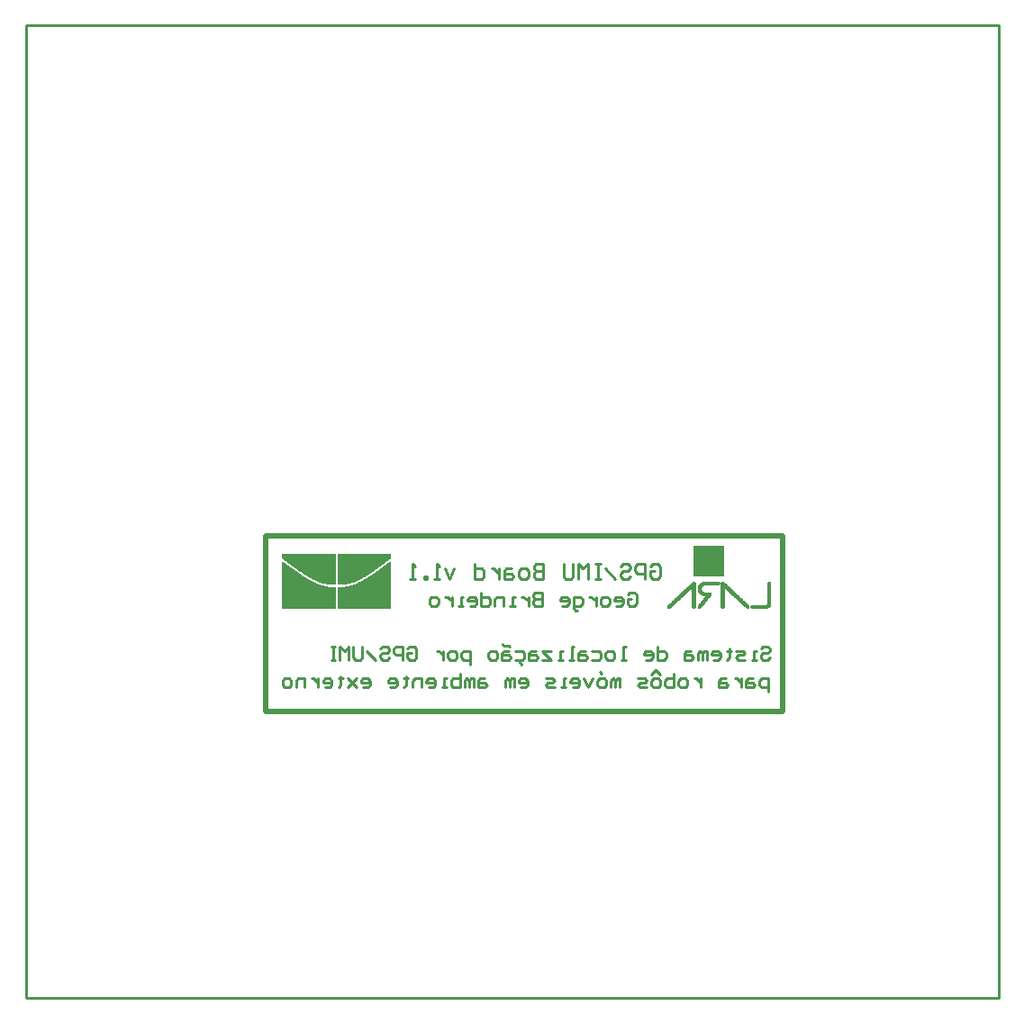
<source format=gbo>
%FSLAX23Y23*%
%MOIN*%
G70*
G01*
G75*
G04 Layer_Color=32896*
%ADD10C,0.020*%
%ADD11C,0.060*%
%ADD12R,0.049X0.049*%
%ADD13C,0.049*%
%ADD14C,0.055*%
%ADD15R,0.067X0.067*%
%ADD16C,0.067*%
%ADD17R,0.063X0.063*%
%ADD18C,0.063*%
%ADD19R,0.049X0.049*%
%ADD20C,0.059*%
%ADD21R,0.059X0.059*%
%ADD22C,0.059*%
%ADD23R,0.059X0.059*%
%ADD24R,0.059X0.059*%
%ADD25C,0.250*%
%ADD26C,0.157*%
%ADD27R,0.046X0.046*%
%ADD28C,0.046*%
%ADD29O,0.024X0.039*%
%ADD30C,0.050*%
%ADD31C,0.015*%
%ADD32C,0.008*%
%ADD33C,0.010*%
%ADD34C,0.024*%
%ADD35C,0.010*%
%ADD36C,0.020*%
%ADD37C,0.008*%
%ADD38C,0.006*%
%ADD39C,0.068*%
%ADD40R,0.057X0.057*%
%ADD41C,0.057*%
%ADD42C,0.063*%
%ADD43R,0.075X0.075*%
%ADD44C,0.075*%
%ADD45R,0.071X0.071*%
%ADD46C,0.071*%
%ADD47R,0.057X0.057*%
%ADD48C,0.067*%
%ADD49R,0.067X0.067*%
%ADD50C,0.067*%
%ADD51R,0.067X0.067*%
%ADD52R,0.067X0.067*%
%ADD53C,0.258*%
%ADD54C,0.165*%
%ADD55R,0.054X0.054*%
%ADD56C,0.054*%
%ADD57O,0.032X0.047*%
%ADD58C,0.058*%
%ADD59C,0.001*%
D35*
X1000Y1000D02*
Y4600D01*
X4600D01*
Y1000D02*
Y4600D01*
X1000Y1000D02*
X4600D01*
X2827Y2244D02*
Y2250D01*
Y2244D02*
X2835Y2236D01*
X2788Y2305D02*
X2792Y2301D01*
X2769Y2305D02*
X2788D01*
X2764Y2310D02*
X2769Y2305D01*
X3332Y2214D02*
X3348Y2198D01*
X3316Y2197D02*
X3332Y2214D01*
X3124Y2208D02*
X3132Y2201D01*
X3310Y2599D02*
X3320Y2608D01*
X3338D01*
X3347Y2599D01*
Y2562D01*
X3338Y2553D01*
X3320D01*
X3310Y2562D01*
Y2580D01*
X3329D01*
X3292Y2553D02*
Y2608D01*
X3265D01*
X3255Y2599D01*
Y2580D01*
X3265Y2571D01*
X3292D01*
X3200Y2599D02*
X3210Y2608D01*
X3228D01*
X3237Y2599D01*
Y2590D01*
X3228Y2580D01*
X3210D01*
X3200Y2571D01*
Y2562D01*
X3210Y2553D01*
X3228D01*
X3237Y2562D01*
X3182Y2553D02*
X3145Y2590D01*
X3127Y2608D02*
X3109D01*
X3118D01*
Y2553D01*
X3127D01*
X3109D01*
X3081D02*
Y2608D01*
X3063Y2590D01*
X3045Y2608D01*
Y2553D01*
X3026Y2608D02*
Y2562D01*
X3017Y2553D01*
X2999D01*
X2990Y2562D01*
Y2608D01*
X2916D02*
Y2553D01*
X2889D01*
X2880Y2562D01*
Y2571D01*
X2889Y2580D01*
X2916D01*
X2889D01*
X2880Y2590D01*
Y2599D01*
X2889Y2608D01*
X2916D01*
X2852Y2553D02*
X2834D01*
X2825Y2562D01*
Y2580D01*
X2834Y2590D01*
X2852D01*
X2861Y2580D01*
Y2562D01*
X2852Y2553D01*
X2797Y2590D02*
X2779D01*
X2770Y2580D01*
Y2553D01*
X2797D01*
X2806Y2562D01*
X2797Y2571D01*
X2770D01*
X2751Y2590D02*
Y2553D01*
Y2571D01*
X2742Y2580D01*
X2733Y2590D01*
X2724D01*
X2660Y2608D02*
Y2553D01*
X2687D01*
X2696Y2562D01*
Y2580D01*
X2687Y2590D01*
X2660D01*
X2586D02*
X2568Y2553D01*
X2550Y2590D01*
X2531Y2553D02*
X2513D01*
X2522D01*
Y2608D01*
X2531Y2599D01*
X2486Y2553D02*
Y2562D01*
X2476D01*
Y2553D01*
X2486D01*
X2440D02*
X2421D01*
X2431D01*
Y2608D01*
X2440Y2599D01*
X3749Y2134D02*
Y2184D01*
X3724D01*
X3716Y2176D01*
Y2159D01*
X3724Y2151D01*
X3749D01*
X3691Y2184D02*
X3674D01*
X3666Y2176D01*
Y2151D01*
X3691D01*
X3699Y2159D01*
X3691Y2168D01*
X3666D01*
X3649Y2184D02*
Y2151D01*
Y2168D01*
X3641Y2176D01*
X3632Y2184D01*
X3624D01*
X3591D02*
X3574D01*
X3566Y2176D01*
Y2151D01*
X3591D01*
X3599Y2159D01*
X3591Y2168D01*
X3566D01*
X3499Y2184D02*
Y2151D01*
Y2168D01*
X3491Y2176D01*
X3482Y2184D01*
X3474D01*
X3441Y2151D02*
X3424D01*
X3416Y2159D01*
Y2176D01*
X3424Y2184D01*
X3441D01*
X3449Y2176D01*
Y2159D01*
X3441Y2151D01*
X3399Y2201D02*
Y2151D01*
X3374D01*
X3366Y2159D01*
Y2168D01*
Y2176D01*
X3374Y2184D01*
X3399D01*
X3341Y2151D02*
X3324D01*
X3316Y2159D01*
Y2176D01*
X3324Y2184D01*
X3341D01*
X3349Y2176D01*
Y2159D01*
X3341Y2151D01*
X3299D02*
X3274D01*
X3266Y2159D01*
X3274Y2168D01*
X3291D01*
X3299Y2176D01*
X3291Y2184D01*
X3266D01*
X3199Y2151D02*
Y2184D01*
X3191D01*
X3183Y2176D01*
Y2151D01*
Y2176D01*
X3174Y2184D01*
X3166Y2176D01*
Y2151D01*
X3141D02*
X3124D01*
X3116Y2159D01*
Y2176D01*
X3124Y2184D01*
X3141D01*
X3149Y2176D01*
Y2159D01*
X3141Y2151D01*
X3099Y2184D02*
X3083Y2151D01*
X3066Y2184D01*
X3024Y2151D02*
X3041D01*
X3049Y2159D01*
Y2176D01*
X3041Y2184D01*
X3024D01*
X3016Y2176D01*
Y2168D01*
X3049D01*
X2999Y2151D02*
X2983D01*
X2991D01*
Y2184D01*
X2999D01*
X2958Y2151D02*
X2933D01*
X2924Y2159D01*
X2933Y2168D01*
X2949D01*
X2958Y2176D01*
X2949Y2184D01*
X2924D01*
X2833Y2151D02*
X2849D01*
X2858Y2159D01*
Y2176D01*
X2849Y2184D01*
X2833D01*
X2824Y2176D01*
Y2168D01*
X2858D01*
X2808Y2151D02*
Y2184D01*
X2799D01*
X2791Y2176D01*
Y2151D01*
Y2176D01*
X2783Y2184D01*
X2774Y2176D01*
Y2151D01*
X2699Y2184D02*
X2683D01*
X2674Y2176D01*
Y2151D01*
X2699D01*
X2708Y2159D01*
X2699Y2168D01*
X2674D01*
X2658Y2151D02*
Y2184D01*
X2649D01*
X2641Y2176D01*
Y2151D01*
Y2176D01*
X2633Y2184D01*
X2624Y2176D01*
Y2151D01*
X2608Y2201D02*
Y2151D01*
X2583D01*
X2574Y2159D01*
Y2168D01*
Y2176D01*
X2583Y2184D01*
X2608D01*
X2558Y2151D02*
X2541D01*
X2549D01*
Y2184D01*
X2558D01*
X2491Y2151D02*
X2508D01*
X2516Y2159D01*
Y2176D01*
X2508Y2184D01*
X2491D01*
X2483Y2176D01*
Y2168D01*
X2516D01*
X2466Y2151D02*
Y2184D01*
X2441D01*
X2433Y2176D01*
Y2151D01*
X2408Y2193D02*
Y2184D01*
X2416D01*
X2399D01*
X2408D01*
Y2159D01*
X2399Y2151D01*
X2349D02*
X2366D01*
X2374Y2159D01*
Y2176D01*
X2366Y2184D01*
X2349D01*
X2341Y2176D01*
Y2168D01*
X2374D01*
X2249Y2151D02*
X2266D01*
X2274Y2159D01*
Y2176D01*
X2266Y2184D01*
X2249D01*
X2241Y2176D01*
Y2168D01*
X2274D01*
X2224Y2184D02*
X2191Y2151D01*
X2208Y2168D01*
X2191Y2184D01*
X2224Y2151D01*
X2166Y2193D02*
Y2184D01*
X2175D01*
X2158D01*
X2166D01*
Y2159D01*
X2158Y2151D01*
X2108D02*
X2125D01*
X2133Y2159D01*
Y2176D01*
X2125Y2184D01*
X2108D01*
X2100Y2176D01*
Y2168D01*
X2133D01*
X2083Y2184D02*
Y2151D01*
Y2168D01*
X2075Y2176D01*
X2066Y2184D01*
X2058D01*
X2033Y2151D02*
Y2184D01*
X2008D01*
X2000Y2176D01*
Y2151D01*
X1975D02*
X1958D01*
X1950Y2159D01*
Y2176D01*
X1958Y2184D01*
X1975D01*
X1983Y2176D01*
Y2159D01*
X1975Y2151D01*
X3721Y2295D02*
X3729Y2303D01*
X3746D01*
X3754Y2295D01*
Y2286D01*
X3746Y2278D01*
X3729D01*
X3721Y2270D01*
Y2261D01*
X3729Y2253D01*
X3746D01*
X3754Y2261D01*
X3704Y2253D02*
X3687D01*
X3696D01*
Y2286D01*
X3704D01*
X3662Y2253D02*
X3637D01*
X3629Y2261D01*
X3637Y2270D01*
X3654D01*
X3662Y2278D01*
X3654Y2286D01*
X3629D01*
X3604Y2295D02*
Y2286D01*
X3612D01*
X3596D01*
X3604D01*
Y2261D01*
X3596Y2253D01*
X3546D02*
X3562D01*
X3571Y2261D01*
Y2278D01*
X3562Y2286D01*
X3546D01*
X3537Y2278D01*
Y2270D01*
X3571D01*
X3521Y2253D02*
Y2286D01*
X3512D01*
X3504Y2278D01*
Y2253D01*
Y2278D01*
X3496Y2286D01*
X3487Y2278D01*
Y2253D01*
X3462Y2286D02*
X3446D01*
X3437Y2278D01*
Y2253D01*
X3462D01*
X3471Y2261D01*
X3462Y2270D01*
X3437D01*
X3337Y2303D02*
Y2253D01*
X3362D01*
X3371Y2261D01*
Y2278D01*
X3362Y2286D01*
X3337D01*
X3296Y2253D02*
X3312D01*
X3321Y2261D01*
Y2278D01*
X3312Y2286D01*
X3296D01*
X3287Y2278D01*
Y2270D01*
X3321D01*
X3221Y2253D02*
X3204D01*
X3213D01*
Y2303D01*
X3221D01*
X3171Y2253D02*
X3154D01*
X3146Y2261D01*
Y2278D01*
X3154Y2286D01*
X3171D01*
X3179Y2278D01*
Y2261D01*
X3171Y2253D01*
X3096Y2286D02*
X3121D01*
X3129Y2278D01*
Y2261D01*
X3121Y2253D01*
X3096D01*
X3071Y2286D02*
X3054D01*
X3046Y2278D01*
Y2253D01*
X3071D01*
X3079Y2261D01*
X3071Y2270D01*
X3046D01*
X3029Y2253D02*
X3013D01*
X3021D01*
Y2303D01*
X3029D01*
X2988Y2253D02*
X2971D01*
X2979D01*
Y2286D01*
X2988D01*
X2946D02*
X2913D01*
X2946Y2253D01*
X2913D01*
X2888Y2286D02*
X2871D01*
X2863Y2278D01*
Y2253D01*
X2888D01*
X2896Y2261D01*
X2888Y2270D01*
X2863D01*
X2813Y2286D02*
X2838D01*
X2846Y2278D01*
Y2261D01*
X2838Y2253D01*
X2813D01*
X2788Y2286D02*
X2771D01*
X2763Y2278D01*
Y2253D01*
X2788D01*
X2796Y2261D01*
X2788Y2270D01*
X2763D01*
X2738Y2253D02*
X2721D01*
X2713Y2261D01*
Y2278D01*
X2721Y2286D01*
X2738D01*
X2746Y2278D01*
Y2261D01*
X2738Y2253D01*
X2646Y2236D02*
Y2286D01*
X2621D01*
X2613Y2278D01*
Y2261D01*
X2621Y2253D01*
X2646D01*
X2588D02*
X2571D01*
X2563Y2261D01*
Y2278D01*
X2571Y2286D01*
X2588D01*
X2596Y2278D01*
Y2261D01*
X2588Y2253D01*
X2546Y2286D02*
Y2253D01*
Y2270D01*
X2538Y2278D01*
X2529Y2286D01*
X2521D01*
X2413Y2295D02*
X2421Y2303D01*
X2438D01*
X2446Y2295D01*
Y2261D01*
X2438Y2253D01*
X2421D01*
X2413Y2261D01*
Y2278D01*
X2429D01*
X2396Y2253D02*
Y2303D01*
X2371D01*
X2363Y2295D01*
Y2278D01*
X2371Y2270D01*
X2396D01*
X2313Y2295D02*
X2321Y2303D01*
X2338D01*
X2346Y2295D01*
Y2286D01*
X2338Y2278D01*
X2321D01*
X2313Y2270D01*
Y2261D01*
X2321Y2253D01*
X2338D01*
X2346Y2261D01*
X2296Y2253D02*
X2263Y2286D01*
X2246Y2303D02*
Y2261D01*
X2238Y2253D01*
X2221D01*
X2213Y2261D01*
Y2303D01*
X2196Y2253D02*
Y2303D01*
X2180Y2286D01*
X2163Y2303D01*
Y2253D01*
X2146Y2303D02*
X2130D01*
X2138D01*
Y2253D01*
X2146D01*
X2130D01*
X3227Y2495D02*
X3235Y2503D01*
X3252D01*
X3260Y2495D01*
Y2461D01*
X3252Y2453D01*
X3235D01*
X3227Y2461D01*
Y2478D01*
X3243D01*
X3185Y2453D02*
X3202D01*
X3210Y2461D01*
Y2478D01*
X3202Y2486D01*
X3185D01*
X3177Y2478D01*
Y2470D01*
X3210D01*
X3152Y2453D02*
X3135D01*
X3127Y2461D01*
Y2478D01*
X3135Y2486D01*
X3152D01*
X3160Y2478D01*
Y2461D01*
X3152Y2453D01*
X3110Y2486D02*
Y2453D01*
Y2470D01*
X3102Y2478D01*
X3093Y2486D01*
X3085D01*
X3043Y2436D02*
X3035D01*
X3027Y2445D01*
Y2486D01*
X3052D01*
X3060Y2478D01*
Y2461D01*
X3052Y2453D01*
X3027D01*
X2985D02*
X3002D01*
X3010Y2461D01*
Y2478D01*
X3002Y2486D01*
X2985D01*
X2977Y2478D01*
Y2470D01*
X3010D01*
X2910Y2503D02*
Y2453D01*
X2885D01*
X2877Y2461D01*
Y2470D01*
X2885Y2478D01*
X2910D01*
X2885D01*
X2877Y2486D01*
Y2495D01*
X2885Y2503D01*
X2910D01*
X2860Y2486D02*
Y2453D01*
Y2470D01*
X2852Y2478D01*
X2843Y2486D01*
X2835D01*
X2810Y2453D02*
X2793D01*
X2802D01*
Y2486D01*
X2810D01*
X2768Y2453D02*
Y2486D01*
X2744D01*
X2735Y2478D01*
Y2453D01*
X2685Y2503D02*
Y2453D01*
X2710D01*
X2719Y2461D01*
Y2478D01*
X2710Y2486D01*
X2685D01*
X2644Y2453D02*
X2660D01*
X2669Y2461D01*
Y2478D01*
X2660Y2486D01*
X2644D01*
X2635Y2478D01*
Y2470D01*
X2669D01*
X2619Y2453D02*
X2602D01*
X2610D01*
Y2486D01*
X2619D01*
X2577D02*
Y2453D01*
Y2470D01*
X2569Y2478D01*
X2560Y2486D01*
X2552D01*
X2519Y2453D02*
X2502D01*
X2494Y2461D01*
Y2478D01*
X2502Y2486D01*
X2519D01*
X2527Y2478D01*
Y2461D01*
X2519Y2453D01*
D36*
X1887Y2711D02*
X3802D01*
X1887Y2061D02*
Y2711D01*
Y2061D02*
X3802D01*
Y2711D01*
D59*
X2154Y2445D02*
X2349D01*
X1949D02*
X2144D01*
X2154Y2446D02*
X2349D01*
X1949D02*
X2144D01*
X2154Y2447D02*
X2349D01*
X1949D02*
X2144D01*
X2154Y2448D02*
X2349D01*
X1949D02*
X2144D01*
X2154Y2449D02*
X2349D01*
X1949D02*
X2144D01*
X2154Y2450D02*
X2349D01*
X1949D02*
X2144D01*
X2154Y2451D02*
X2349D01*
X1949D02*
X2144D01*
X2154Y2452D02*
X2349D01*
X1949D02*
X2144D01*
X2154Y2453D02*
X2349D01*
X1949D02*
X2144D01*
X2154Y2454D02*
X2349D01*
X1949D02*
X2144D01*
X2154Y2455D02*
X2349D01*
X1949D02*
X2144D01*
X2154Y2456D02*
X2349D01*
X1949D02*
X2144D01*
X2154Y2457D02*
X2349D01*
X1949D02*
X2144D01*
X2154Y2458D02*
X2349D01*
X1949D02*
X2144D01*
X2154Y2459D02*
X2349D01*
X1949D02*
X2144D01*
X2154Y2460D02*
X2349D01*
X1949D02*
X2144D01*
X2154Y2461D02*
X2349D01*
X1949D02*
X2144D01*
X2154Y2462D02*
X2349D01*
X1949D02*
X2144D01*
X2154Y2463D02*
X2349D01*
X1949D02*
X2144D01*
X2154Y2464D02*
X2349D01*
X1949D02*
X2144D01*
X2154Y2465D02*
X2349D01*
X1949D02*
X2144D01*
X2154Y2466D02*
X2349D01*
X1949D02*
X2144D01*
X2154Y2467D02*
X2349D01*
X1949D02*
X2144D01*
X2154Y2468D02*
X2349D01*
X1949D02*
X2144D01*
X2154Y2469D02*
X2349D01*
X1949D02*
X2144D01*
X2154Y2470D02*
X2349D01*
X1949D02*
X2144D01*
X2154Y2471D02*
X2349D01*
X1949D02*
X2144D01*
X2154Y2472D02*
X2349D01*
X1949D02*
X2144D01*
X2154Y2473D02*
X2349D01*
X1949D02*
X2144D01*
X2154Y2474D02*
X2349D01*
X1949D02*
X2144D01*
X2154Y2475D02*
X2349D01*
X1949D02*
X2144D01*
X2154Y2476D02*
X2349D01*
X1949D02*
X2144D01*
X2154Y2477D02*
X2349D01*
X1949D02*
X2144D01*
X2154Y2478D02*
X2349D01*
X1949D02*
X2144D01*
X2154Y2479D02*
X2349D01*
X1949D02*
X2144D01*
X2154Y2480D02*
X2349D01*
X1949D02*
X2144D01*
X2154Y2481D02*
X2349D01*
X1949D02*
X2144D01*
X2154Y2482D02*
X2349D01*
X1949D02*
X2144D01*
X2154Y2483D02*
X2349D01*
X1949D02*
X2144D01*
X2154Y2484D02*
X2349D01*
X1949D02*
X2144D01*
X2154Y2485D02*
X2349D01*
X1949D02*
X2144D01*
X2154Y2486D02*
X2349D01*
X1949D02*
X2144D01*
X2154Y2487D02*
X2349D01*
X1949D02*
X2144D01*
X2154Y2488D02*
X2349D01*
X1949D02*
X2144D01*
X2154Y2489D02*
X2349D01*
X1949D02*
X2144D01*
X2154Y2490D02*
X2349D01*
X1949D02*
X2144D01*
X2154Y2491D02*
X2349D01*
X1949D02*
X2144D01*
X2154Y2492D02*
X2349D01*
X1949D02*
X2144D01*
X2154Y2493D02*
X2349D01*
X1949D02*
X2144D01*
X2154Y2494D02*
X2349D01*
X1949D02*
X2144D01*
X2154Y2495D02*
X2349D01*
X1949D02*
X2144D01*
X2154Y2496D02*
X2349D01*
X1949D02*
X2144D01*
X2154Y2497D02*
X2349D01*
X1949D02*
X2144D01*
X2154Y2498D02*
X2349D01*
X1949D02*
X2144D01*
X2154Y2499D02*
X2349D01*
X1949D02*
X2144D01*
X2154Y2500D02*
X2349D01*
X1949D02*
X2144D01*
X2154Y2501D02*
X2349D01*
X1949D02*
X2144D01*
X2154Y2502D02*
X2349D01*
X1949D02*
X2144D01*
X2154Y2503D02*
X2349D01*
X1949D02*
X2144D01*
X2154Y2504D02*
X2349D01*
X1949D02*
X2144D01*
X2154Y2505D02*
X2349D01*
X1949D02*
X2144D01*
X2154Y2506D02*
X2349D01*
X1949D02*
X2144D01*
X2154Y2507D02*
X2349D01*
X1949D02*
X2144D01*
X2154Y2508D02*
X2349D01*
X1949D02*
X2144D01*
X2154Y2509D02*
X2349D01*
X1949D02*
X2144D01*
X2154Y2510D02*
X2349D01*
X1949D02*
X2144D01*
X2154Y2511D02*
X2349D01*
X1949D02*
X2144D01*
X2154Y2512D02*
X2349D01*
X1949D02*
X2144D01*
X2154Y2513D02*
X2349D01*
X1949D02*
X2144D01*
X2154Y2514D02*
X2349D01*
X1949D02*
X2144D01*
X2154Y2515D02*
X2349D01*
X1949D02*
X2144D01*
X2154Y2516D02*
X2349D01*
X1949D02*
X2144D01*
X2154Y2517D02*
X2349D01*
X1949D02*
X2144D01*
X2154Y2518D02*
X2349D01*
X1949D02*
X2144D01*
X2154Y2519D02*
X2349D01*
X1949D02*
X2144D01*
X2154Y2520D02*
X2349D01*
X1949D02*
X2144D01*
X2154Y2521D02*
X2349D01*
X1949D02*
X2144D01*
X2154Y2522D02*
X2349D01*
X1949D02*
X2144D01*
X2169Y2523D02*
X2349D01*
X1949D02*
X2128D01*
X2182Y2524D02*
X2349D01*
X1949D02*
X2116D01*
X2190Y2525D02*
X2349D01*
X1949D02*
X2108D01*
X2196Y2526D02*
X2349D01*
X1949D02*
X2102D01*
X2198Y2527D02*
X2349D01*
X1949D02*
X2100D01*
X2203Y2528D02*
X2349D01*
X1949D02*
X2095D01*
X2206Y2529D02*
X2349D01*
X1949D02*
X2091D01*
X2210Y2530D02*
X2349D01*
X1949D02*
X2088D01*
X2212Y2531D02*
X2349D01*
X1949D02*
X2086D01*
X2215Y2532D02*
X2349D01*
X1949D02*
X2083D01*
X2218Y2533D02*
X2349D01*
X1949D02*
X2080D01*
X2220Y2534D02*
X2349D01*
X2154D02*
X2175D01*
X2123D02*
X2143D01*
X1949D02*
X2078D01*
X2221Y2535D02*
X2349D01*
X2154D02*
X2179D01*
X2118D02*
X2144D01*
X1949D02*
X2076D01*
X2224Y2536D02*
X2349D01*
X2154D02*
X2188D01*
X2110D02*
X2144D01*
X1949D02*
X2074D01*
X2227Y2537D02*
X2349D01*
X2154D02*
X2194D01*
X2104D02*
X2144D01*
X1949D02*
X2071D01*
X2229Y2538D02*
X2349D01*
X2154D02*
X2198D01*
X2100D02*
X2144D01*
X1949D02*
X2069D01*
X2232Y2539D02*
X2349D01*
X2154D02*
X2202D01*
X2096D02*
X2144D01*
X1949D02*
X2066D01*
X2233Y2540D02*
X2349D01*
X2154D02*
X2204D01*
X2093D02*
X2144D01*
X1949D02*
X2065D01*
X2235Y2541D02*
X2349D01*
X2154D02*
X2208D01*
X2090D02*
X2144D01*
X1949D02*
X2062D01*
X2237Y2542D02*
X2349D01*
X2154D02*
X2211D01*
X2087D02*
X2144D01*
X1949D02*
X2060D01*
X2240Y2543D02*
X2349D01*
X2154D02*
X2214D01*
X2084D02*
X2144D01*
X1949D02*
X2058D01*
X2241Y2544D02*
X2349D01*
X2154D02*
X2215D01*
X2083D02*
X2144D01*
X1949D02*
X2057D01*
X2243Y2545D02*
X2349D01*
X2154D02*
X2218D01*
X2080D02*
X2144D01*
X1949D02*
X2054D01*
X2245Y2546D02*
X2349D01*
X2154D02*
X2220D01*
X2078D02*
X2144D01*
X1949D02*
X2053D01*
X2247Y2547D02*
X2349D01*
X2154D02*
X2223D01*
X2075D02*
X2144D01*
X1949D02*
X2051D01*
X2249Y2548D02*
X2349D01*
X2154D02*
X2224D01*
X2074D02*
X2144D01*
X1949D02*
X2049D01*
X2250Y2549D02*
X2349D01*
X2154D02*
X2227D01*
X2071D02*
X2144D01*
X1949D02*
X2047D01*
X2253Y2550D02*
X2349D01*
X2154D02*
X2229D01*
X2069D02*
X2144D01*
X1949D02*
X2045D01*
X2255Y2551D02*
X2349D01*
X2154D02*
X2231D01*
X2066D02*
X2144D01*
X1949D02*
X2043D01*
X2256Y2552D02*
X2349D01*
X2154D02*
X2233D01*
X2064D02*
X2144D01*
X1949D02*
X2041D01*
X2258Y2553D02*
X2349D01*
X2154D02*
X2234D01*
X2063D02*
X2144D01*
X1949D02*
X2040D01*
X2259Y2554D02*
X2349D01*
X2154D02*
X2237D01*
X2061D02*
X2144D01*
X1949D02*
X2038D01*
X2262Y2555D02*
X2349D01*
X2154D02*
X2239D01*
X2058D02*
X2144D01*
X1949D02*
X2036D01*
X2263Y2556D02*
X2349D01*
X2154D02*
X2241D01*
X2057D02*
X2144D01*
X1949D02*
X2035D01*
X2264Y2557D02*
X2349D01*
X2154D02*
X2242D01*
X2056D02*
X2144D01*
X1949D02*
X2034D01*
X2266Y2558D02*
X2349D01*
X2154D02*
X2245D01*
X2053D02*
X2144D01*
X1949D02*
X2032D01*
X2268Y2559D02*
X2349D01*
X2154D02*
X2246D01*
X2051D02*
X2144D01*
X1949D02*
X2030D01*
X2269Y2560D02*
X2349D01*
X2154D02*
X2249D01*
X2049D02*
X2144D01*
X1949D02*
X2028D01*
X2272Y2561D02*
X2349D01*
X2154D02*
X2250D01*
X2047D02*
X2144D01*
X1949D02*
X2026D01*
X2272Y2562D02*
X2349D01*
X2154D02*
X2251D01*
X2047D02*
X2144D01*
X1949D02*
X2026D01*
X2274Y2563D02*
X2349D01*
X2154D02*
X2254D01*
X2044D02*
X2144D01*
X1949D02*
X2023D01*
X2276Y2564D02*
X2349D01*
X2154D02*
X2255D01*
X2043D02*
X2144D01*
X1949D02*
X2022D01*
X2277Y2565D02*
X2349D01*
X2154D02*
X2257D01*
X2040D02*
X2144D01*
X1949D02*
X2020D01*
X2278Y2566D02*
X2349D01*
X2154D02*
X2258D01*
X2040D02*
X2144D01*
X1949D02*
X2020D01*
X2280Y2567D02*
X2349D01*
X2154D02*
X2260D01*
X2038D02*
X2144D01*
X1949D02*
X2018D01*
X2282Y2568D02*
X2349D01*
X2154D02*
X2262D01*
X2036D02*
X2144D01*
X1949D02*
X2016D01*
X2283Y2569D02*
X2349D01*
X2154D02*
X2264D01*
X2034D02*
X2144D01*
X1949D02*
X2014D01*
X2284Y2570D02*
X2349D01*
X2154D02*
X2264D01*
X2034D02*
X2144D01*
X1949D02*
X2014D01*
X2286Y2571D02*
X2349D01*
X2154D02*
X2266D01*
X2031D02*
X2144D01*
X1949D02*
X2012D01*
X2287Y2572D02*
X2349D01*
X2154D02*
X2268D01*
X2030D02*
X2144D01*
X1949D02*
X2010D01*
X2289Y2573D02*
X2349D01*
X2154D02*
X2269D01*
X2028D02*
X2144D01*
X1949D02*
X2009D01*
X2290Y2574D02*
X2349D01*
X2154D02*
X2271D01*
X2026D02*
X2144D01*
X1949D02*
X2008D01*
X2291Y2575D02*
X2349D01*
X2154D02*
X2272D01*
X2026D02*
X2144D01*
X1949D02*
X2007D01*
X2293Y2576D02*
X2349D01*
X2154D02*
X2274D01*
X2024D02*
X2144D01*
X1949D02*
X2005D01*
X2294Y2577D02*
X2349D01*
X2154D02*
X2276D01*
X2022D02*
X2144D01*
X1949D02*
X2004D01*
X2296Y2578D02*
X2349D01*
X2154D02*
X2277D01*
X2021D02*
X2144D01*
X1949D02*
X2002D01*
X2297Y2579D02*
X2349D01*
X2154D02*
X2278D01*
X2020D02*
X2144D01*
X1949D02*
X2001D01*
X2298Y2580D02*
X2349D01*
X2154D02*
X2280D01*
X2018D02*
X2144D01*
X1949D02*
X2000D01*
X2300Y2581D02*
X2349D01*
X2154D02*
X2281D01*
X2017D02*
X2144D01*
X1949D02*
X1998D01*
X2301Y2582D02*
X2349D01*
X2154D02*
X2282D01*
X2015D02*
X2144D01*
X1949D02*
X1996D01*
X2303Y2583D02*
X2349D01*
X2154D02*
X2284D01*
X2013D02*
X2144D01*
X1949D02*
X1995D01*
X2304Y2584D02*
X2349D01*
X2154D02*
X2285D01*
X2013D02*
X2144D01*
X1949D02*
X1994D01*
X2305Y2585D02*
X2349D01*
X2154D02*
X2286D01*
X2011D02*
X2144D01*
X1949D02*
X1992D01*
X2307Y2586D02*
X2349D01*
X2154D02*
X2288D01*
X2009D02*
X2144D01*
X1949D02*
X1991D01*
X2308Y2587D02*
X2349D01*
X2154D02*
X2290D01*
X2008D02*
X2144D01*
X1949D02*
X1990D01*
X2309Y2588D02*
X2349D01*
X2154D02*
X2290D01*
X2007D02*
X2144D01*
X1949D02*
X1988D01*
X2311Y2589D02*
X2349D01*
X2154D02*
X2292D01*
X2006D02*
X2144D01*
X1949D02*
X1987D01*
X2312Y2590D02*
X2349D01*
X2154D02*
X2294D01*
X2004D02*
X2144D01*
X1949D02*
X1986D01*
X2314Y2591D02*
X2349D01*
X2154D02*
X2295D01*
X2003D02*
X2144D01*
X1949D02*
X1984D01*
X2315Y2592D02*
X2349D01*
X2154D02*
X2296D01*
X2002D02*
X2144D01*
X1949D02*
X1983D01*
X2316Y2593D02*
X2349D01*
X2154D02*
X2298D01*
X2000D02*
X2144D01*
X1949D02*
X1982D01*
X2318Y2594D02*
X2349D01*
X2154D02*
X2299D01*
X1999D02*
X2144D01*
X1949D02*
X1980D01*
X2319Y2595D02*
X2349D01*
X2154D02*
X2300D01*
X1997D02*
X2144D01*
X1949D02*
X1978D01*
X2321Y2596D02*
X2349D01*
X2154D02*
X2302D01*
X1996D02*
X2144D01*
X1949D02*
X1977D01*
X2321Y2597D02*
X2349D01*
X2154D02*
X2303D01*
X1995D02*
X2144D01*
X1949D02*
X1976D01*
X2323Y2598D02*
X2349D01*
X2154D02*
X2304D01*
X1993D02*
X2144D01*
X1949D02*
X1974D01*
X2325Y2599D02*
X2349D01*
X2154D02*
X2306D01*
X1992D02*
X2144D01*
X1949D02*
X1973D01*
X2326Y2600D02*
X2349D01*
X2154D02*
X2308D01*
X1990D02*
X2144D01*
X1949D02*
X1972D01*
X2327Y2601D02*
X2349D01*
X2154D02*
X2308D01*
X1989D02*
X2144D01*
X1949D02*
X1971D01*
X2329Y2602D02*
X2349D01*
X2154D02*
X2310D01*
X1988D02*
X2144D01*
X1949D02*
X1969D01*
X2330Y2603D02*
X2349D01*
X2154D02*
X2312D01*
X1986D02*
X2144D01*
X1949D02*
X1968D01*
X2331Y2604D02*
X2349D01*
X2154D02*
X2313D01*
X1985D02*
X2144D01*
X1949D02*
X1966D01*
X2333Y2605D02*
X2349D01*
X2154D02*
X2314D01*
X1984D02*
X2144D01*
X1949D02*
X1965D01*
X2334Y2606D02*
X2349D01*
X2154D02*
X2316D01*
X1982D02*
X2144D01*
X1949D02*
X1964D01*
X2335Y2607D02*
X2349D01*
X2154D02*
X2317D01*
X1981D02*
X2144D01*
X1949D02*
X1962D01*
X2337Y2608D02*
X2349D01*
X2154D02*
X2319D01*
X1979D02*
X2144D01*
X1949D02*
X1961D01*
X2339Y2609D02*
X2349D01*
X2154D02*
X2320D01*
X1978D02*
X2144D01*
X1949D02*
X1959D01*
X2339Y2610D02*
X2349D01*
X2154D02*
X2321D01*
X1977D02*
X2144D01*
X1949D02*
X1958D01*
X2341Y2611D02*
X2349D01*
X2154D02*
X2322D01*
X1976D02*
X2144D01*
X1949D02*
X1957D01*
X2343Y2612D02*
X2349D01*
X2154D02*
X2324D01*
X1974D02*
X2144D01*
X1949D02*
X1955D01*
X2344Y2613D02*
X2349D01*
X2154D02*
X2326D01*
X1972D02*
X2144D01*
X1949D02*
X1953D01*
X2345Y2614D02*
X2349D01*
X2154D02*
X2326D01*
X1972D02*
X2144D01*
X1949D02*
X1953D01*
X2347Y2615D02*
X2349D01*
X2154D02*
X2328D01*
X1970D02*
X2144D01*
X1949D02*
X1951D01*
X2348Y2616D02*
X2349D01*
X2154D02*
X2329D01*
X1968D02*
X2144D01*
X1949D02*
X1950D01*
X2154Y2617D02*
X2331D01*
X1966D02*
X2144D01*
X2154Y2618D02*
X2333D01*
X1965D02*
X2144D01*
X2154Y2619D02*
X2333D01*
X1964D02*
X2144D01*
X2154Y2620D02*
X2335D01*
X1963D02*
X2144D01*
X2154Y2621D02*
X2337D01*
X1961D02*
X2144D01*
X2154Y2622D02*
X2338D01*
X1960D02*
X2144D01*
X2154Y2623D02*
X2339D01*
X1959D02*
X2144D01*
X2154Y2624D02*
X2341D01*
X1957D02*
X2144D01*
X2154Y2625D02*
X2342D01*
X1956D02*
X2144D01*
X2154Y2626D02*
X2343D01*
X1954D02*
X2144D01*
X2154Y2627D02*
X2344D01*
X1953D02*
X2144D01*
X2154Y2628D02*
X2346D01*
X1952D02*
X2144D01*
X2154Y2629D02*
X2347D01*
X1950D02*
X2144D01*
X2154Y2630D02*
X2349D01*
X1949D02*
X2144D01*
X2154Y2631D02*
X2349D01*
X1949D02*
X2144D01*
X2154Y2632D02*
X2349D01*
X1949D02*
X2144D01*
X2154Y2633D02*
X2349D01*
X1949D02*
X2144D01*
X2154Y2634D02*
X2349D01*
X1949D02*
X2144D01*
X2154Y2635D02*
X2349D01*
X1949D02*
X2144D01*
X2154Y2636D02*
X2349D01*
X1949D02*
X2144D01*
X2154Y2637D02*
X2349D01*
X1949D02*
X2144D01*
X2154Y2638D02*
X2349D01*
X1949D02*
X2144D01*
X2154Y2639D02*
X2349D01*
X1949D02*
X2144D01*
X2154Y2640D02*
X2349D01*
X1949D02*
X2144D01*
X2154Y2641D02*
X2349D01*
X1949D02*
X2144D01*
X2154Y2642D02*
X2349D01*
X1949D02*
X2144D01*
X2154Y2643D02*
X2349D01*
X1949D02*
X2144D01*
X2154Y2644D02*
X2349D01*
X1949D02*
X2144D01*
X3470Y2648D02*
X3582D01*
X3470Y2568D02*
X3582D01*
X3745Y2488D02*
X3756D01*
X3621D02*
X3638D01*
X3573D02*
X3584D01*
X3516D02*
X3530D01*
X3466D02*
X3477D01*
X3412D02*
X3430D01*
X3470Y2676D02*
X3582D01*
X3470Y2675D02*
X3582D01*
X3470Y2674D02*
X3582D01*
X3470Y2673D02*
X3582D01*
X3470Y2672D02*
X3582D01*
X3470Y2671D02*
X3582D01*
X3470Y2670D02*
X3582D01*
X3470Y2669D02*
X3582D01*
X3470Y2668D02*
X3582D01*
X3470Y2667D02*
X3582D01*
X3470Y2666D02*
X3582D01*
X3470Y2665D02*
X3582D01*
X3470Y2664D02*
X3582D01*
X3470Y2663D02*
X3582D01*
X3470Y2662D02*
X3582D01*
X3470Y2661D02*
X3582D01*
X3470Y2660D02*
X3582D01*
X3470Y2659D02*
X3582D01*
X3470Y2658D02*
X3582D01*
X3470Y2657D02*
X3582D01*
X3470Y2656D02*
X3582D01*
X3470Y2655D02*
X3582D01*
X3470Y2654D02*
X3582D01*
X3470Y2653D02*
X3582D01*
X3470Y2652D02*
X3582D01*
X3470Y2651D02*
X3582D01*
X3470Y2650D02*
X3582D01*
X3470Y2649D02*
X3582D01*
X3470Y2646D02*
X3582D01*
X3470Y2647D02*
X3582D01*
X3470Y2641D02*
X3582D01*
X3470Y2627D02*
X3582D01*
X3470Y2640D02*
X3582D01*
X3470Y2639D02*
X3582D01*
X3470Y2638D02*
X3582D01*
X3470Y2637D02*
X3582D01*
X3470Y2636D02*
X3582D01*
X3470Y2635D02*
X3582D01*
X3470Y2634D02*
X3582D01*
X3470Y2633D02*
X3582D01*
X3470Y2632D02*
X3582D01*
X3470Y2631D02*
X3582D01*
X3470Y2630D02*
X3582D01*
X3470Y2629D02*
X3582D01*
X3470Y2628D02*
X3582D01*
X3470Y2626D02*
X3582D01*
X3470Y2625D02*
X3582D01*
X3470Y2624D02*
X3582D01*
X3470Y2623D02*
X3582D01*
X3470Y2622D02*
X3582D01*
X3470Y2621D02*
X3582D01*
X3470Y2620D02*
X3582D01*
X3470Y2619D02*
X3582D01*
X3470Y2618D02*
X3582D01*
X3470Y2617D02*
X3582D01*
X3470Y2616D02*
X3582D01*
X3470Y2615D02*
X3582D01*
X3470Y2614D02*
X3582D01*
X3470Y2613D02*
X3582D01*
X3470Y2612D02*
X3582D01*
X3470Y2611D02*
X3582D01*
X3470Y2610D02*
X3582D01*
X3470Y2609D02*
X3582D01*
X3470Y2608D02*
X3582D01*
X3470Y2607D02*
X3582D01*
X3470Y2606D02*
X3582D01*
X3470Y2605D02*
X3582D01*
X3470Y2604D02*
X3582D01*
X3470Y2603D02*
X3582D01*
X3470Y2602D02*
X3582D01*
X3470Y2601D02*
X3582D01*
X3470Y2600D02*
X3582D01*
X3470Y2599D02*
X3582D01*
X3470Y2598D02*
X3582D01*
X3470Y2597D02*
X3582D01*
X3470Y2596D02*
X3582D01*
X3470Y2595D02*
X3582D01*
X3470Y2594D02*
X3582D01*
X3470Y2593D02*
X3582D01*
X3470Y2592D02*
X3582D01*
X3470Y2591D02*
X3582D01*
X3470Y2590D02*
X3582D01*
X3470Y2589D02*
X3582D01*
X3470Y2588D02*
X3582D01*
X3470Y2587D02*
X3582D01*
X3470Y2586D02*
X3582D01*
X3470Y2585D02*
X3582D01*
X3470Y2584D02*
X3582D01*
X3470Y2583D02*
X3582D01*
X3470Y2582D02*
X3582D01*
X3470Y2581D02*
X3582D01*
X3470Y2580D02*
X3582D01*
X3470Y2579D02*
X3582D01*
X3470Y2578D02*
X3582D01*
X3470Y2577D02*
X3582D01*
X3470Y2576D02*
X3582D01*
X3470Y2575D02*
X3582D01*
X3470Y2574D02*
X3582D01*
X3470Y2573D02*
X3582D01*
X3470Y2572D02*
X3582D01*
X3470Y2571D02*
X3582D01*
X3470Y2570D02*
X3582D01*
X3470Y2569D02*
X3582D01*
X3470Y2645D02*
X3582D01*
X3470Y2644D02*
X3582D01*
X3470Y2643D02*
X3582D01*
X3470Y2642D02*
X3582D01*
X3470Y2566D02*
X3582D01*
X3470Y2567D02*
X3582D01*
X3509Y2541D02*
X3562D01*
X3505Y2540D02*
X3564D01*
X3502Y2539D02*
X3565D01*
X3500Y2538D02*
X3566D01*
X3498Y2537D02*
X3567D01*
X3498Y2536D02*
X3567D01*
X3495Y2535D02*
X3567D01*
X3494Y2534D02*
X3567D01*
X3493Y2533D02*
X3566D01*
X3492Y2532D02*
X3566D01*
X3492Y2531D02*
X3565D01*
X3491Y2530D02*
X3563D01*
X3447Y2521D02*
X3477D01*
X3444Y2518D02*
X3462D01*
X3444Y2517D02*
X3461D01*
X3443Y2516D02*
X3460D01*
X3442Y2515D02*
X3459D01*
X3439Y2514D02*
X3457D01*
X3438Y2513D02*
X3456D01*
X3437Y2512D02*
X3455D01*
X3436Y2511D02*
X3455D01*
X3446Y2520D02*
X3465D01*
X3445Y2519D02*
X3463D01*
X3495Y2498D02*
X3535D01*
X3497Y2497D02*
X3535D01*
X3498Y2496D02*
X3535D01*
X3499Y2495D02*
X3535D01*
X3500Y2494D02*
X3535D01*
X3596Y2511D02*
X3615D01*
X3597Y2510D02*
X3616D01*
X3598Y2509D02*
X3616D01*
X3599Y2508D02*
X3617D01*
X3600Y2507D02*
X3618D01*
X3601Y2506D02*
X3619D01*
X3602Y2505D02*
X3620D01*
X3605Y2504D02*
X3622D01*
X3605Y2503D02*
X3623D01*
X3606Y2502D02*
X3624D01*
X3607Y2501D02*
X3625D01*
X3608Y2500D02*
X3626D01*
X3609Y2499D02*
X3627D01*
X3610Y2498D02*
X3627D01*
X3611Y2497D02*
X3629D01*
X3612Y2496D02*
X3630D01*
X3613Y2495D02*
X3631D01*
X3614Y2494D02*
X3632D01*
X3455Y2528D02*
X3477D01*
X3454Y2527D02*
X3477D01*
X3453Y2526D02*
X3477D01*
X3451Y2525D02*
X3477D01*
X3450Y2524D02*
X3477D01*
X3449Y2523D02*
X3477D01*
X3448Y2522D02*
X3477D01*
X3684Y2454D02*
X3754D01*
X3683Y2453D02*
X3754D01*
X3682Y2452D02*
X3753D01*
X3682Y2451D02*
X3752D01*
X3682Y2450D02*
X3751D01*
X3682Y2449D02*
X3750D01*
X3682Y2448D02*
X3749D01*
X3683Y2447D02*
X3747D01*
X3684Y2446D02*
X3745D01*
X3685Y2455D02*
X3755D01*
X3685Y2445D02*
X3743D01*
X3688Y2456D02*
X3755D01*
X3375Y2453D02*
X3392D01*
X3375Y2452D02*
X3391D01*
X3374Y2451D02*
X3389D01*
X3374Y2450D02*
X3388D01*
X3375Y2449D02*
X3387D01*
X3375Y2448D02*
X3386D01*
X3750Y2541D02*
X3751D01*
X3747Y2540D02*
X3754D01*
X3746Y2539D02*
X3755D01*
X3745Y2538D02*
X3755D01*
X3745Y2537D02*
X3755D01*
X3745Y2536D02*
X3756D01*
X3745Y2535D02*
X3756D01*
X3745Y2534D02*
X3756D01*
X3745Y2533D02*
X3756D01*
X3745Y2532D02*
X3756D01*
X3745Y2531D02*
X3756D01*
X3745Y2530D02*
X3756D01*
X3745Y2529D02*
X3756D01*
X3745Y2528D02*
X3756D01*
X3745Y2527D02*
X3756D01*
X3745Y2526D02*
X3756D01*
X3745Y2525D02*
X3756D01*
X3745Y2524D02*
X3756D01*
X3745Y2523D02*
X3756D01*
X3745Y2522D02*
X3756D01*
X3745Y2521D02*
X3756D01*
X3745Y2520D02*
X3756D01*
X3745Y2519D02*
X3756D01*
X3745Y2518D02*
X3756D01*
X3745Y2517D02*
X3756D01*
X3745Y2516D02*
X3756D01*
X3745Y2515D02*
X3756D01*
X3745Y2514D02*
X3756D01*
X3745Y2513D02*
X3756D01*
X3745Y2512D02*
X3756D01*
X3745Y2511D02*
X3756D01*
X3745Y2510D02*
X3756D01*
X3745Y2509D02*
X3756D01*
X3745Y2508D02*
X3756D01*
X3745Y2507D02*
X3756D01*
X3745Y2506D02*
X3756D01*
X3745Y2505D02*
X3756D01*
X3745Y2504D02*
X3756D01*
X3745Y2503D02*
X3756D01*
X3745Y2502D02*
X3756D01*
X3745Y2501D02*
X3756D01*
X3745Y2500D02*
X3756D01*
X3745Y2499D02*
X3756D01*
X3745Y2498D02*
X3756D01*
X3745Y2497D02*
X3756D01*
X3745Y2496D02*
X3756D01*
X3745Y2495D02*
X3756D01*
X3745Y2494D02*
X3756D01*
X3745Y2493D02*
X3756D01*
X3745Y2492D02*
X3756D01*
X3745Y2491D02*
X3756D01*
X3745Y2490D02*
X3756D01*
X3745Y2489D02*
X3756D01*
X3617Y2492D02*
X3635D01*
X3618Y2491D02*
X3636D01*
X3619Y2490D02*
X3637D01*
X3620Y2489D02*
X3637D01*
X3616Y2493D02*
X3634D01*
X3589Y2517D02*
X3607D01*
X3591Y2516D02*
X3608D01*
X3592Y2515D02*
X3609D01*
X3594Y2514D02*
X3611D01*
X3594Y2513D02*
X3612D01*
X3595Y2512D02*
X3613D01*
X3585Y2521D02*
X3604D01*
X3586Y2520D02*
X3605D01*
X3587Y2519D02*
X3605D01*
X3588Y2518D02*
X3606D01*
X3576Y2541D02*
X3582D01*
X3575Y2540D02*
X3583D01*
X3574Y2539D02*
X3584D01*
X3573Y2538D02*
X3584D01*
X3573Y2537D02*
X3585D01*
X3573Y2536D02*
X3587D01*
X3573Y2535D02*
X3589D01*
X3573Y2534D02*
X3590D01*
X3573Y2533D02*
X3591D01*
X3573Y2532D02*
X3592D01*
X3573Y2531D02*
X3593D01*
X3573Y2530D02*
X3594D01*
X3573Y2529D02*
X3594D01*
X3573Y2528D02*
X3595D01*
X3573Y2527D02*
X3596D01*
X3573Y2526D02*
X3597D01*
X3573Y2525D02*
X3599D01*
X3573Y2524D02*
X3601D01*
X3573Y2523D02*
X3602D01*
X3573Y2522D02*
X3603D01*
X3573Y2521D02*
X3584D01*
X3573Y2520D02*
X3584D01*
X3573Y2519D02*
X3584D01*
X3573Y2518D02*
X3584D01*
X3573Y2517D02*
X3584D01*
X3573Y2516D02*
X3584D01*
X3573Y2515D02*
X3584D01*
X3573Y2514D02*
X3584D01*
X3573Y2513D02*
X3584D01*
X3573Y2512D02*
X3584D01*
X3573Y2511D02*
X3584D01*
X3573Y2510D02*
X3584D01*
X3573Y2509D02*
X3584D01*
X3573Y2508D02*
X3584D01*
X3573Y2507D02*
X3584D01*
X3573Y2506D02*
X3584D01*
X3573Y2505D02*
X3584D01*
X3573Y2504D02*
X3584D01*
X3573Y2503D02*
X3584D01*
X3573Y2502D02*
X3584D01*
X3573Y2501D02*
X3584D01*
X3573Y2500D02*
X3584D01*
X3573Y2499D02*
X3584D01*
X3573Y2498D02*
X3584D01*
X3573Y2497D02*
X3584D01*
X3573Y2496D02*
X3584D01*
X3573Y2495D02*
X3584D01*
X3573Y2494D02*
X3584D01*
X3573Y2493D02*
X3584D01*
X3573Y2492D02*
X3584D01*
X3573Y2491D02*
X3584D01*
X3573Y2490D02*
X3584D01*
X3573Y2489D02*
X3584D01*
X3491Y2503D02*
X3530D01*
X3492Y2502D02*
X3532D01*
X3493Y2501D02*
X3533D01*
X3493Y2500D02*
X3534D01*
X3494Y2499D02*
X3534D01*
X3505Y2493D02*
X3534D01*
X3510Y2492D02*
X3533D01*
X3518Y2491D02*
X3533D01*
X3517Y2490D02*
X3532D01*
X3516Y2489D02*
X3531D01*
X3467Y2540D02*
X3476D01*
X3466Y2539D02*
X3476D01*
X3466Y2538D02*
X3477D01*
X3465Y2537D02*
X3477D01*
X3464Y2536D02*
X3477D01*
X3462Y2535D02*
X3477D01*
X3461Y2534D02*
X3477D01*
X3460Y2533D02*
X3477D01*
X3459Y2532D02*
X3477D01*
X3458Y2531D02*
X3477D01*
X3457Y2530D02*
X3477D01*
X3456Y2529D02*
X3477D01*
X3466Y2520D02*
X3477D01*
X3466Y2519D02*
X3477D01*
X3466Y2518D02*
X3477D01*
X3466Y2517D02*
X3477D01*
X3466Y2516D02*
X3477D01*
X3466Y2515D02*
X3477D01*
X3466Y2514D02*
X3477D01*
X3466Y2513D02*
X3477D01*
X3466Y2512D02*
X3477D01*
X3466Y2511D02*
X3477D01*
X3466Y2510D02*
X3477D01*
X3466Y2509D02*
X3477D01*
X3466Y2508D02*
X3477D01*
X3466Y2507D02*
X3477D01*
X3466Y2506D02*
X3477D01*
X3466Y2505D02*
X3477D01*
X3466Y2504D02*
X3477D01*
X3466Y2503D02*
X3477D01*
X3466Y2502D02*
X3477D01*
X3466Y2501D02*
X3477D01*
X3466Y2500D02*
X3477D01*
X3466Y2499D02*
X3477D01*
X3466Y2498D02*
X3477D01*
X3466Y2497D02*
X3477D01*
X3466Y2496D02*
X3477D01*
X3466Y2495D02*
X3477D01*
X3466Y2494D02*
X3477D01*
X3466Y2493D02*
X3477D01*
X3466Y2492D02*
X3477D01*
X3466Y2491D02*
X3477D01*
X3466Y2490D02*
X3477D01*
X3466Y2489D02*
X3477D01*
X3469Y2541D02*
X3474D01*
X3490Y2529D02*
X3508D01*
X3490Y2528D02*
X3506D01*
X3489Y2527D02*
X3504D01*
X3489Y2526D02*
X3503D01*
X3488Y2525D02*
X3501D01*
X3487Y2524D02*
X3500D01*
X3487Y2523D02*
X3500D01*
X3487Y2522D02*
X3499D01*
X3487Y2521D02*
X3499D01*
X3487Y2520D02*
X3499D01*
X3487Y2519D02*
X3498D01*
X3487Y2518D02*
X3498D01*
X3487Y2517D02*
X3498D01*
X3487Y2516D02*
X3498D01*
X3487Y2515D02*
X3498D01*
X3487Y2514D02*
X3498D01*
X3487Y2513D02*
X3499D01*
X3487Y2512D02*
X3499D01*
X3487Y2511D02*
X3499D01*
X3487Y2510D02*
X3500D01*
X3488Y2509D02*
X3500D01*
X3488Y2508D02*
X3501D01*
X3488Y2507D02*
X3502D01*
X3489Y2506D02*
X3503D01*
X3489Y2505D02*
X3504D01*
X3490Y2504D02*
X3508D01*
X3435Y2510D02*
X3454D01*
X3434Y2509D02*
X3453D01*
X3434Y2508D02*
X3452D01*
X3433Y2507D02*
X3450D01*
X3432Y2506D02*
X3449D01*
X3431Y2505D02*
X3448D01*
X3429Y2504D02*
X3446D01*
X3428Y2503D02*
X3445D01*
X3427Y2502D02*
X3444D01*
X3425Y2501D02*
X3444D01*
X3424Y2500D02*
X3443D01*
X3423Y2499D02*
X3442D01*
X3423Y2498D02*
X3441D01*
X3422Y2497D02*
X3440D01*
X3421Y2496D02*
X3438D01*
X3420Y2495D02*
X3437D01*
X3419Y2494D02*
X3436D01*
X3417Y2493D02*
X3434D01*
X3416Y2492D02*
X3434D01*
X3415Y2491D02*
X3433D01*
X3414Y2490D02*
X3432D01*
X3413Y2489D02*
X3431D01*
X3745Y2486D02*
X3756D01*
X3745Y2487D02*
X3756D01*
X3745Y2481D02*
X3756D01*
X3745Y2467D02*
X3756D01*
X3745Y2480D02*
X3756D01*
X3745Y2479D02*
X3756D01*
X3745Y2478D02*
X3756D01*
X3745Y2477D02*
X3756D01*
X3745Y2476D02*
X3756D01*
X3745Y2475D02*
X3756D01*
X3745Y2474D02*
X3756D01*
X3745Y2473D02*
X3756D01*
X3745Y2472D02*
X3756D01*
X3745Y2471D02*
X3756D01*
X3745Y2470D02*
X3756D01*
X3745Y2469D02*
X3756D01*
X3745Y2468D02*
X3756D01*
X3745Y2466D02*
X3756D01*
X3745Y2465D02*
X3756D01*
X3745Y2464D02*
X3756D01*
X3745Y2463D02*
X3756D01*
X3745Y2462D02*
X3755D01*
X3745Y2461D02*
X3755D01*
X3744Y2460D02*
X3755D01*
X3744Y2459D02*
X3755D01*
X3743Y2458D02*
X3755D01*
X3742Y2457D02*
X3755D01*
X3745Y2485D02*
X3756D01*
X3745Y2484D02*
X3756D01*
X3745Y2483D02*
X3756D01*
X3745Y2482D02*
X3756D01*
X3623Y2486D02*
X3640D01*
X3622Y2487D02*
X3639D01*
X3629Y2481D02*
X3647D01*
X3630Y2480D02*
X3648D01*
X3631Y2479D02*
X3648D01*
X3632Y2478D02*
X3649D01*
X3633Y2477D02*
X3650D01*
X3634Y2476D02*
X3651D01*
X3635Y2475D02*
X3652D01*
X3624Y2485D02*
X3641D01*
X3625Y2484D02*
X3642D01*
X3627Y2483D02*
X3645D01*
X3628Y2482D02*
X3646D01*
X3644Y2467D02*
X3661D01*
X3636Y2474D02*
X3653D01*
X3637Y2473D02*
X3654D01*
X3638Y2472D02*
X3656D01*
X3640Y2471D02*
X3658D01*
X3641Y2470D02*
X3659D01*
X3642Y2469D02*
X3659D01*
X3643Y2468D02*
X3660D01*
X3645Y2466D02*
X3662D01*
X3646Y2465D02*
X3663D01*
X3647Y2464D02*
X3664D01*
X3648Y2463D02*
X3665D01*
X3649Y2462D02*
X3667D01*
X3650Y2461D02*
X3668D01*
X3652Y2460D02*
X3669D01*
X3653Y2459D02*
X3670D01*
X3654Y2458D02*
X3671D01*
X3655Y2457D02*
X3672D01*
X3656Y2456D02*
X3673D01*
X3657Y2455D02*
X3674D01*
X3658Y2454D02*
X3675D01*
X3659Y2453D02*
X3676D01*
X3659Y2452D02*
X3676D01*
X3661Y2451D02*
X3676D01*
X3662Y2450D02*
X3676D01*
X3664Y2449D02*
X3676D01*
X3665Y2448D02*
X3676D01*
X3666Y2447D02*
X3675D01*
X3667Y2446D02*
X3674D01*
X3669Y2445D02*
X3673D01*
X3573Y2486D02*
X3584D01*
X3573Y2487D02*
X3584D01*
X3573Y2481D02*
X3584D01*
X3573Y2467D02*
X3584D01*
X3573Y2480D02*
X3584D01*
X3573Y2479D02*
X3584D01*
X3573Y2478D02*
X3584D01*
X3573Y2477D02*
X3584D01*
X3573Y2476D02*
X3584D01*
X3573Y2475D02*
X3584D01*
X3573Y2474D02*
X3584D01*
X3573Y2473D02*
X3584D01*
X3573Y2472D02*
X3584D01*
X3573Y2471D02*
X3584D01*
X3573Y2470D02*
X3584D01*
X3573Y2469D02*
X3584D01*
X3573Y2468D02*
X3584D01*
X3573Y2466D02*
X3584D01*
X3573Y2465D02*
X3584D01*
X3573Y2464D02*
X3584D01*
X3573Y2463D02*
X3584D01*
X3573Y2462D02*
X3584D01*
X3573Y2461D02*
X3584D01*
X3573Y2460D02*
X3584D01*
X3573Y2459D02*
X3584D01*
X3573Y2458D02*
X3584D01*
X3573Y2457D02*
X3584D01*
X3573Y2456D02*
X3584D01*
X3573Y2455D02*
X3584D01*
X3573Y2454D02*
X3584D01*
X3573Y2453D02*
X3584D01*
X3573Y2452D02*
X3584D01*
X3573Y2451D02*
X3584D01*
X3573Y2450D02*
X3584D01*
X3573Y2449D02*
X3584D01*
X3573Y2448D02*
X3584D01*
X3573Y2447D02*
X3584D01*
X3574Y2446D02*
X3583D01*
X3576Y2445D02*
X3582D01*
X3573Y2485D02*
X3584D01*
X3573Y2484D02*
X3584D01*
X3573Y2483D02*
X3584D01*
X3573Y2482D02*
X3584D01*
X3514Y2486D02*
X3530D01*
X3466D02*
X3477D01*
X3515Y2487D02*
X3530D01*
X3513Y2485D02*
X3529D01*
X3512Y2484D02*
X3528D01*
X3466Y2487D02*
X3477D01*
X3466Y2481D02*
X3477D01*
X3509D02*
X3525D01*
X3466Y2467D02*
X3477D01*
X3466Y2480D02*
X3477D01*
X3466Y2479D02*
X3477D01*
X3466Y2478D02*
X3477D01*
X3466Y2477D02*
X3477D01*
X3466Y2476D02*
X3477D01*
X3466Y2475D02*
X3477D01*
X3466Y2474D02*
X3477D01*
X3466Y2473D02*
X3477D01*
X3466Y2472D02*
X3477D01*
X3466Y2471D02*
X3477D01*
X3466Y2470D02*
X3477D01*
X3466Y2469D02*
X3477D01*
X3466Y2468D02*
X3477D01*
X3466Y2466D02*
X3477D01*
X3466Y2465D02*
X3477D01*
X3466Y2464D02*
X3477D01*
X3466Y2463D02*
X3477D01*
X3466Y2462D02*
X3477D01*
X3466Y2461D02*
X3477D01*
X3466Y2460D02*
X3477D01*
X3466Y2459D02*
X3477D01*
X3466Y2458D02*
X3477D01*
X3466Y2457D02*
X3477D01*
X3466Y2456D02*
X3477D01*
X3466Y2455D02*
X3477D01*
X3466Y2454D02*
X3477D01*
X3466Y2453D02*
X3477D01*
X3466Y2452D02*
X3477D01*
X3466Y2451D02*
X3477D01*
X3466Y2450D02*
X3477D01*
X3466Y2449D02*
X3477D01*
X3466Y2448D02*
X3477D01*
X3467Y2447D02*
X3476D01*
X3467Y2446D02*
X3476D01*
X3469Y2445D02*
X3475D01*
X3466Y2485D02*
X3477D01*
X3466Y2484D02*
X3477D01*
X3466Y2483D02*
X3477D01*
X3466Y2482D02*
X3477D01*
X3509Y2480D02*
X3524D01*
X3498Y2467D02*
X3513D01*
X3509Y2479D02*
X3523D01*
X3508Y2478D02*
X3522D01*
X3507Y2477D02*
X3521D01*
X3506Y2476D02*
X3521D01*
X3505Y2475D02*
X3520D01*
X3504Y2474D02*
X3519D01*
X3504Y2473D02*
X3519D01*
X3502Y2472D02*
X3518D01*
X3501Y2471D02*
X3517D01*
X3500Y2470D02*
X3516D01*
X3500Y2469D02*
X3515D01*
X3499Y2468D02*
X3514D01*
X3498Y2466D02*
X3513D01*
X3497Y2465D02*
X3512D01*
X3497Y2464D02*
X3511D01*
X3496Y2463D02*
X3510D01*
X3494Y2462D02*
X3509D01*
X3493Y2461D02*
X3509D01*
X3493Y2460D02*
X3508D01*
X3492Y2459D02*
X3507D01*
X3491Y2458D02*
X3506D01*
X3490Y2457D02*
X3506D01*
X3489Y2456D02*
X3505D01*
X3488Y2455D02*
X3504D01*
X3487Y2454D02*
X3503D01*
X3487Y2453D02*
X3502D01*
X3487Y2452D02*
X3501D01*
X3487Y2451D02*
X3500D01*
X3487Y2450D02*
X3499D01*
X3487Y2449D02*
X3498D01*
X3487Y2448D02*
X3498D01*
X3487Y2447D02*
X3498D01*
X3488Y2446D02*
X3496D01*
X3489Y2445D02*
X3495D01*
X3511Y2483D02*
X3526D01*
X3510Y2482D02*
X3526D01*
X3410Y2486D02*
X3428D01*
X3411Y2487D02*
X3429D01*
X3404Y2481D02*
X3422D01*
X3390Y2467D02*
X3407D01*
X3394Y2472D02*
X3412D01*
X3393Y2471D02*
X3411D01*
X3392Y2470D02*
X3410D01*
X3391Y2469D02*
X3409D01*
X3391Y2468D02*
X3408D01*
X3389Y2466D02*
X3406D01*
X3388Y2465D02*
X3405D01*
X3387Y2464D02*
X3404D01*
X3386Y2463D02*
X3403D01*
X3384Y2462D02*
X3401D01*
X3382Y2461D02*
X3400D01*
X3381Y2460D02*
X3399D01*
X3380Y2459D02*
X3398D01*
X3380Y2458D02*
X3397D01*
X3379Y2457D02*
X3396D01*
X3378Y2456D02*
X3395D01*
X3377Y2455D02*
X3394D01*
X3376Y2454D02*
X3393D01*
X3376Y2447D02*
X3385D01*
X3376Y2446D02*
X3384D01*
X3378Y2445D02*
X3382D01*
X3403Y2480D02*
X3421D01*
X3402Y2479D02*
X3420D01*
X3401Y2478D02*
X3419D01*
X3401Y2477D02*
X3418D01*
X3400Y2476D02*
X3417D01*
X3399Y2475D02*
X3416D01*
X3397Y2474D02*
X3415D01*
X3396Y2473D02*
X3413D01*
X3409Y2485D02*
X3426D01*
X3408Y2484D02*
X3425D01*
X3406Y2483D02*
X3423D01*
X3405Y2482D02*
X3423D01*
M02*

</source>
